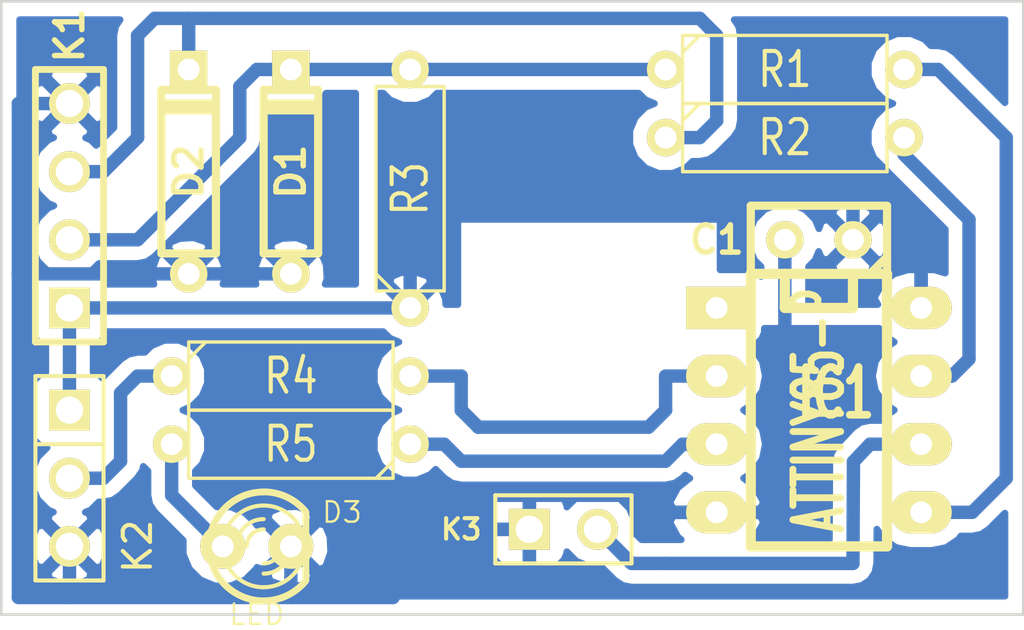
<source format=kicad_pcb>
(kicad_pcb (version 3) (host pcbnew "(2013-05-31 BZR 4019)-stable")

  (general
    (links 23)
    (no_connects 0)
    (area 40.589999 38.049999 78.790001 61.010001)
    (thickness 1.6)
    (drawings 4)
    (tracks 86)
    (zones 0)
    (modules 13)
    (nets 12)
  )

  (page A4)
  (title_block 
    (title LogStick)
  )

  (layers
    (15 Dessus.Cu signal)
    (0 Dessous.Cu signal)
    (16 Dessous.Adhes user)
    (17 Dessus.Adhes user)
    (18 Dessous.Pate user)
    (19 Dessus.Pate user)
    (20 Dessous.SilkS user)
    (21 Dessus.SilkS user)
    (22 Dessous.Masque user hide)
    (23 Dessus.Masque user)
    (24 Dessin.User user)
    (25 Cmts.User user)
    (26 Eco1.User user)
    (27 Eco2.User user)
    (28 Contours.Ci user)
  )

  (setup
    (last_trace_width 0.5)
    (user_trace_width 0.35)
    (user_trace_width 0.5)
    (user_trace_width 1)
    (trace_clearance 0.254)
    (zone_clearance 0.508)
    (zone_45_only no)
    (trace_min 0.254)
    (segment_width 0.2)
    (edge_width 0.1)
    (via_size 0.889)
    (via_drill 0.635)
    (via_min_size 0.889)
    (via_min_drill 0.508)
    (user_via 1.1 0.6)
    (uvia_size 0.508)
    (uvia_drill 0.127)
    (uvias_allowed yes)
    (uvia_min_size 0.508)
    (uvia_min_drill 0.127)
    (pcb_text_width 0.3)
    (pcb_text_size 1.5 1.5)
    (mod_edge_width 0.15)
    (mod_text_size 1 1)
    (mod_text_width 0.15)
    (pad_size 1.5 1.5)
    (pad_drill 0.6)
    (pad_to_mask_clearance 0)
    (aux_axis_origin 40.64 38.1)
    (visible_elements 7FFF6FFF)
    (pcbplotparams
      (layerselection 3178497)
      (usegerberextensions true)
      (excludeedgelayer true)
      (linewidth 0.150000)
      (plotframeref false)
      (viasonmask false)
      (mode 1)
      (useauxorigin false)
      (hpglpennumber 1)
      (hpglpenspeed 20)
      (hpglpendiameter 15)
      (hpglpenoverlay 2)
      (psnegative false)
      (psa4output false)
      (plotreference true)
      (plotvalue true)
      (plotothertext true)
      (plotinvisibletext false)
      (padsonsilk false)
      (subtractmaskfromsilk false)
      (outputformat 1)
      (mirror false)
      (drillshape 1)
      (scaleselection 1)
      (outputdirectory ""))
  )

  (net 0 "")
  (net 1 +5V)
  (net 2 GND)
  (net 3 N-000001)
  (net 4 N-0000010)
  (net 5 N-0000011)
  (net 6 N-0000012)
  (net 7 N-000002)
  (net 8 N-000003)
  (net 9 N-000004)
  (net 10 N-000005)
  (net 11 N-000008)

  (net_class Default "Ceci est la Netclass par défaut"
    (clearance 0.254)
    (trace_width 0.254)
    (via_dia 0.889)
    (via_drill 0.635)
    (uvia_dia 0.508)
    (uvia_drill 0.127)
    (add_net "")
    (add_net +5V)
    (add_net GND)
    (add_net N-000001)
    (add_net N-0000010)
    (add_net N-0000011)
    (add_net N-0000012)
    (add_net N-000002)
    (add_net N-000003)
    (add_net N-000004)
    (add_net N-000005)
    (add_net N-000008)
  )

  (module R3-5 (layer Dessus.Cu) (tedit 3F979F9F) (tstamp 519BBC95)
    (at 69.85 40.64)
    (path /519BAD11)
    (fp_text reference R1 (at 0 0) (layer Dessus.SilkS)
      (effects (font (size 1.27 1.016) (thickness 0.1524)))
    )
    (fp_text value 68R (at 0 0) (layer Dessus.SilkS) hide
      (effects (font (size 1.27 1.016) (thickness 0.1524)))
    )
    (fp_line (start -3.81 -0.635) (end -3.81 1.27) (layer Dessus.SilkS) (width 0.127))
    (fp_line (start -3.81 1.27) (end 3.81 1.27) (layer Dessus.SilkS) (width 0.127))
    (fp_line (start 3.81 1.27) (end 3.81 -1.27) (layer Dessus.SilkS) (width 0.127))
    (fp_line (start 3.81 -1.27) (end -3.81 -1.27) (layer Dessus.SilkS) (width 0.127))
    (fp_line (start -3.81 -1.27) (end -3.81 -0.635) (layer Dessus.SilkS) (width 0.127))
    (fp_line (start -4.445 0) (end -3.81 0) (layer Dessus.SilkS) (width 0.127))
    (fp_line (start 3.81 0) (end 4.445 0) (layer Dessus.SilkS) (width 0.127))
    (fp_line (start -3.81 -0.635) (end -3.175 -1.27) (layer Dessus.SilkS) (width 0.127))
    (pad 1 thru_hole circle (at -4.445 0) (size 1.397 1.397) (drill 0.8128)
      (layers *.Cu *.Mask Dessus.SilkS)
      (net 6 N-0000012)
    )
    (pad 2 thru_hole circle (at 4.445 0) (size 1.397 1.397) (drill 0.8128)
      (layers *.Cu *.Mask Dessus.SilkS)
      (net 5 N-0000011)
    )
    (model discret/resistor.wrl
      (at (xyz 0 0 0))
      (scale (xyz 0.35 0.35 0.3))
      (rotate (xyz 0 0 0))
    )
  )

  (module R3-5 (layer Dessus.Cu) (tedit 3F979F9F) (tstamp 519BBCA3)
    (at 69.85 43.18)
    (path /519BAD67)
    (fp_text reference R2 (at 0 0) (layer Dessus.SilkS)
      (effects (font (size 1.27 1.016) (thickness 0.1524)))
    )
    (fp_text value 68R (at 0 0) (layer Dessus.SilkS) hide
      (effects (font (size 1.27 1.016) (thickness 0.1524)))
    )
    (fp_line (start -3.81 -0.635) (end -3.81 1.27) (layer Dessus.SilkS) (width 0.127))
    (fp_line (start -3.81 1.27) (end 3.81 1.27) (layer Dessus.SilkS) (width 0.127))
    (fp_line (start 3.81 1.27) (end 3.81 -1.27) (layer Dessus.SilkS) (width 0.127))
    (fp_line (start 3.81 -1.27) (end -3.81 -1.27) (layer Dessus.SilkS) (width 0.127))
    (fp_line (start -3.81 -1.27) (end -3.81 -0.635) (layer Dessus.SilkS) (width 0.127))
    (fp_line (start -4.445 0) (end -3.81 0) (layer Dessus.SilkS) (width 0.127))
    (fp_line (start 3.81 0) (end 4.445 0) (layer Dessus.SilkS) (width 0.127))
    (fp_line (start -3.81 -0.635) (end -3.175 -1.27) (layer Dessus.SilkS) (width 0.127))
    (pad 1 thru_hole circle (at -4.445 0) (size 1.397 1.397) (drill 0.8128)
      (layers *.Cu *.Mask Dessus.SilkS)
      (net 11 N-000008)
    )
    (pad 2 thru_hole circle (at 4.445 0) (size 1.397 1.397) (drill 0.8128)
      (layers *.Cu *.Mask Dessus.SilkS)
      (net 4 N-0000010)
    )
    (model discret/resistor.wrl
      (at (xyz 0 0 0))
      (scale (xyz 0.35 0.35 0.3))
      (rotate (xyz 0 0 0))
    )
  )

  (module R3-5 (layer Dessus.Cu) (tedit 3F979F9F) (tstamp 519BBCB1)
    (at 55.88 45.085 90)
    (path /519BAD76)
    (fp_text reference R3 (at 0 0 90) (layer Dessus.SilkS)
      (effects (font (size 1.27 1.016) (thickness 0.1524)))
    )
    (fp_text value 1k5 (at 0 0 90) (layer Dessus.SilkS) hide
      (effects (font (size 1.27 1.016) (thickness 0.1524)))
    )
    (fp_line (start -3.81 -0.635) (end -3.81 1.27) (layer Dessus.SilkS) (width 0.127))
    (fp_line (start -3.81 1.27) (end 3.81 1.27) (layer Dessus.SilkS) (width 0.127))
    (fp_line (start 3.81 1.27) (end 3.81 -1.27) (layer Dessus.SilkS) (width 0.127))
    (fp_line (start 3.81 -1.27) (end -3.81 -1.27) (layer Dessus.SilkS) (width 0.127))
    (fp_line (start -3.81 -1.27) (end -3.81 -0.635) (layer Dessus.SilkS) (width 0.127))
    (fp_line (start -4.445 0) (end -3.81 0) (layer Dessus.SilkS) (width 0.127))
    (fp_line (start 3.81 0) (end 4.445 0) (layer Dessus.SilkS) (width 0.127))
    (fp_line (start -3.81 -0.635) (end -3.175 -1.27) (layer Dessus.SilkS) (width 0.127))
    (pad 1 thru_hole circle (at -4.445 0 90) (size 1.397 1.397) (drill 0.8128)
      (layers *.Cu *.Mask Dessus.SilkS)
      (net 1 +5V)
    )
    (pad 2 thru_hole circle (at 4.445 0 90) (size 1.397 1.397) (drill 0.8128)
      (layers *.Cu *.Mask Dessus.SilkS)
      (net 6 N-0000012)
    )
    (model discret/resistor.wrl
      (at (xyz 0 0 0))
      (scale (xyz 0.35 0.35 0.3))
      (rotate (xyz 0 0 0))
    )
  )

  (module R3-5 (layer Dessus.Cu) (tedit 3F979F9F) (tstamp 519BCBAD)
    (at 51.435 52.07)
    (path /519BAF01)
    (fp_text reference R4 (at 0 0) (layer Dessus.SilkS)
      (effects (font (size 1.27 1.016) (thickness 0.1524)))
    )
    (fp_text value 68R (at 0 0) (layer Dessus.SilkS) hide
      (effects (font (size 1.27 1.016) (thickness 0.1524)))
    )
    (fp_line (start -3.81 -0.635) (end -3.81 1.27) (layer Dessus.SilkS) (width 0.127))
    (fp_line (start -3.81 1.27) (end 3.81 1.27) (layer Dessus.SilkS) (width 0.127))
    (fp_line (start 3.81 1.27) (end 3.81 -1.27) (layer Dessus.SilkS) (width 0.127))
    (fp_line (start 3.81 -1.27) (end -3.81 -1.27) (layer Dessus.SilkS) (width 0.127))
    (fp_line (start -3.81 -1.27) (end -3.81 -0.635) (layer Dessus.SilkS) (width 0.127))
    (fp_line (start -4.445 0) (end -3.81 0) (layer Dessus.SilkS) (width 0.127))
    (fp_line (start 3.81 0) (end 4.445 0) (layer Dessus.SilkS) (width 0.127))
    (fp_line (start -3.81 -0.635) (end -3.175 -1.27) (layer Dessus.SilkS) (width 0.127))
    (pad 1 thru_hole circle (at -4.445 0) (size 1.397 1.397) (drill 0.8128)
      (layers *.Cu *.Mask Dessus.SilkS)
      (net 10 N-000005)
    )
    (pad 2 thru_hole circle (at 4.445 0) (size 1.397 1.397) (drill 0.8128)
      (layers *.Cu *.Mask Dessus.SilkS)
      (net 9 N-000004)
    )
    (model discret/resistor.wrl
      (at (xyz 0 0 0))
      (scale (xyz 0.35 0.35 0.3))
      (rotate (xyz 0 0 0))
    )
  )

  (module R3-5 (layer Dessus.Cu) (tedit 3F979F9F) (tstamp 519BBCCD)
    (at 51.435 54.61 180)
    (path /519BB0A3)
    (fp_text reference R5 (at 0 0 180) (layer Dessus.SilkS)
      (effects (font (size 1.27 1.016) (thickness 0.1524)))
    )
    (fp_text value 220R (at 0 0 180) (layer Dessus.SilkS) hide
      (effects (font (size 1.27 1.016) (thickness 0.1524)))
    )
    (fp_line (start -3.81 -0.635) (end -3.81 1.27) (layer Dessus.SilkS) (width 0.127))
    (fp_line (start -3.81 1.27) (end 3.81 1.27) (layer Dessus.SilkS) (width 0.127))
    (fp_line (start 3.81 1.27) (end 3.81 -1.27) (layer Dessus.SilkS) (width 0.127))
    (fp_line (start 3.81 -1.27) (end -3.81 -1.27) (layer Dessus.SilkS) (width 0.127))
    (fp_line (start -3.81 -1.27) (end -3.81 -0.635) (layer Dessus.SilkS) (width 0.127))
    (fp_line (start -4.445 0) (end -3.81 0) (layer Dessus.SilkS) (width 0.127))
    (fp_line (start 3.81 0) (end 4.445 0) (layer Dessus.SilkS) (width 0.127))
    (fp_line (start -3.81 -0.635) (end -3.175 -1.27) (layer Dessus.SilkS) (width 0.127))
    (pad 1 thru_hole circle (at -4.445 0 180) (size 1.397 1.397) (drill 0.8128)
      (layers *.Cu *.Mask Dessus.SilkS)
      (net 3 N-000001)
    )
    (pad 2 thru_hole circle (at 4.445 0 180) (size 1.397 1.397) (drill 0.8128)
      (layers *.Cu *.Mask Dessus.SilkS)
      (net 8 N-000003)
    )
    (model discret/resistor.wrl
      (at (xyz 0 0 0))
      (scale (xyz 0.35 0.35 0.3))
      (rotate (xyz 0 0 0))
    )
  )

  (module LED-3MM (layer Dessus.Cu) (tedit 51B9BC68) (tstamp 519BBCE6)
    (at 50.165 58.42)
    (descr "LED 3mm - Lead pitch 100mil (2,54mm)")
    (tags "LED led 3mm 3MM 100mil 2,54mm")
    (path /519BB08A)
    (fp_text reference D3 (at 3.175 -1.27) (layer Dessus.SilkS)
      (effects (font (size 0.762 0.762) (thickness 0.0889)))
    )
    (fp_text value LED (at 0 2.54) (layer Dessus.SilkS)
      (effects (font (size 0.762 0.762) (thickness 0.0889)))
    )
    (fp_line (start 1.8288 1.27) (end 1.8288 -1.27) (layer Dessus.SilkS) (width 0.254))
    (fp_arc (start 0.254 0) (end -1.27 0) (angle 39.8) (layer Dessus.SilkS) (width 0.1524))
    (fp_arc (start 0.254 0) (end -0.88392 1.01092) (angle 41.6) (layer Dessus.SilkS) (width 0.1524))
    (fp_arc (start 0.254 0) (end 1.4097 -0.9906) (angle 40.6) (layer Dessus.SilkS) (width 0.1524))
    (fp_arc (start 0.254 0) (end 1.778 0) (angle 39.8) (layer Dessus.SilkS) (width 0.1524))
    (fp_arc (start 0.254 0) (end 0.254 -1.524) (angle 54.4) (layer Dessus.SilkS) (width 0.1524))
    (fp_arc (start 0.254 0) (end -0.9652 -0.9144) (angle 53.1) (layer Dessus.SilkS) (width 0.1524))
    (fp_arc (start 0.254 0) (end 1.45542 0.93472) (angle 52.1) (layer Dessus.SilkS) (width 0.1524))
    (fp_arc (start 0.254 0) (end 0.254 1.524) (angle 52.1) (layer Dessus.SilkS) (width 0.1524))
    (fp_arc (start 0.254 0) (end -0.381 0) (angle 90) (layer Dessus.SilkS) (width 0.1524))
    (fp_arc (start 0.254 0) (end -0.762 0) (angle 90) (layer Dessus.SilkS) (width 0.1524))
    (fp_arc (start 0.254 0) (end 0.889 0) (angle 90) (layer Dessus.SilkS) (width 0.1524))
    (fp_arc (start 0.254 0) (end 1.27 0) (angle 90) (layer Dessus.SilkS) (width 0.1524))
    (fp_arc (start 0.254 0) (end 0.254 -2.032) (angle 50.1) (layer Dessus.SilkS) (width 0.254))
    (fp_arc (start 0.254 0) (end -1.5367 -0.95504) (angle 61.9) (layer Dessus.SilkS) (width 0.254))
    (fp_arc (start 0.254 0) (end 1.8034 1.31064) (angle 49.7) (layer Dessus.SilkS) (width 0.254))
    (fp_arc (start 0.254 0) (end 0.254 2.032) (angle 60.2) (layer Dessus.SilkS) (width 0.254))
    (fp_arc (start 0.254 0) (end -1.778 0) (angle 28.3) (layer Dessus.SilkS) (width 0.254))
    (fp_arc (start 0.254 0) (end -1.47574 1.06426) (angle 31.6) (layer Dessus.SilkS) (width 0.254))
    (pad 1 thru_hole circle (at -1.27 0) (size 1.6764 1.6764) (drill 0.8128)
      (layers *.Cu *.Mask Dessus.SilkS)
      (net 8 N-000003)
    )
    (pad 2 thru_hole circle (at 1.27 0) (size 1.6764 1.6764) (drill 0.8128)
      (layers *.Cu *.Mask Dessus.SilkS)
      (net 2 GND)
    )
    (model discret/leds/led3_vertical_verde.wrl
      (at (xyz 0 0 0))
      (scale (xyz 1 1 1))
      (rotate (xyz 0 0 0))
    )
  )

  (module D3 (layer Dessus.Cu) (tedit 51B9B5AA) (tstamp 519BBCF6)
    (at 51.435 44.45 90)
    (descr "Diode 3 pas")
    (tags "DIODE DEV")
    (path /519BAD9D)
    (fp_text reference D1 (at 0 0 90) (layer Dessus.SilkS)
      (effects (font (size 1.016 1.016) (thickness 0.2032)))
    )
    (fp_text value 3,6V (at -1.27 0 90) (layer Dessus.SilkS) hide
      (effects (font (size 1.016 1.016) (thickness 0.2032)))
    )
    (fp_line (start 3.81 0) (end 3.048 0) (layer Dessus.SilkS) (width 0.3048))
    (fp_line (start 3.048 0) (end 3.048 -1.016) (layer Dessus.SilkS) (width 0.3048))
    (fp_line (start 3.048 -1.016) (end -3.048 -1.016) (layer Dessus.SilkS) (width 0.3048))
    (fp_line (start -3.048 -1.016) (end -3.048 0) (layer Dessus.SilkS) (width 0.3048))
    (fp_line (start -3.048 0) (end -3.81 0) (layer Dessus.SilkS) (width 0.3048))
    (fp_line (start -3.048 0) (end -3.048 1.016) (layer Dessus.SilkS) (width 0.3048))
    (fp_line (start -3.048 1.016) (end 3.048 1.016) (layer Dessus.SilkS) (width 0.3048))
    (fp_line (start 3.048 1.016) (end 3.048 0) (layer Dessus.SilkS) (width 0.3048))
    (fp_line (start 2.54 -1.016) (end 2.54 1.016) (layer Dessus.SilkS) (width 0.3048))
    (fp_line (start 2.286 1.016) (end 2.286 -1.016) (layer Dessus.SilkS) (width 0.3048))
    (pad 2 thru_hole rect (at 3.81 0 90) (size 1.397 1.397) (drill 0.8128)
      (layers *.Cu *.Mask Dessus.SilkS)
      (net 6 N-0000012)
    )
    (pad 1 thru_hole circle (at -3.81 0 90) (size 1.397 1.397) (drill 0.8128)
      (layers *.Cu *.Mask Dessus.SilkS)
      (net 2 GND)
    )
    (model discret/diode.wrl
      (at (xyz 0 0 0))
      (scale (xyz 0.3 0.3 0.3))
      (rotate (xyz 0 0 0))
    )
  )

  (module D3 (layer Dessus.Cu) (tedit 51B9B690) (tstamp 519BBD06)
    (at 47.625 44.45 90)
    (descr "Diode 3 pas")
    (tags "DIODE DEV")
    (path /519BADAC)
    (fp_text reference D2 (at 0 0 90) (layer Dessus.SilkS)
      (effects (font (size 1.016 1.016) (thickness 0.2032)))
    )
    (fp_text value 3,6V (at 0 0 90) (layer Dessus.SilkS) hide
      (effects (font (size 1.016 1.016) (thickness 0.2032)))
    )
    (fp_line (start 3.81 0) (end 3.048 0) (layer Dessus.SilkS) (width 0.3048))
    (fp_line (start 3.048 0) (end 3.048 -1.016) (layer Dessus.SilkS) (width 0.3048))
    (fp_line (start 3.048 -1.016) (end -3.048 -1.016) (layer Dessus.SilkS) (width 0.3048))
    (fp_line (start -3.048 -1.016) (end -3.048 0) (layer Dessus.SilkS) (width 0.3048))
    (fp_line (start -3.048 0) (end -3.81 0) (layer Dessus.SilkS) (width 0.3048))
    (fp_line (start -3.048 0) (end -3.048 1.016) (layer Dessus.SilkS) (width 0.3048))
    (fp_line (start -3.048 1.016) (end 3.048 1.016) (layer Dessus.SilkS) (width 0.3048))
    (fp_line (start 3.048 1.016) (end 3.048 0) (layer Dessus.SilkS) (width 0.3048))
    (fp_line (start 2.54 -1.016) (end 2.54 1.016) (layer Dessus.SilkS) (width 0.3048))
    (fp_line (start 2.286 1.016) (end 2.286 -1.016) (layer Dessus.SilkS) (width 0.3048))
    (pad 2 thru_hole rect (at 3.81 0 90) (size 1.397 1.397) (drill 0.8128)
      (layers *.Cu *.Mask Dessus.SilkS)
      (net 11 N-000008)
    )
    (pad 1 thru_hole circle (at -3.81 0 90) (size 1.397 1.397) (drill 0.8128)
      (layers *.Cu *.Mask Dessus.SilkS)
      (net 2 GND)
    )
    (model discret/diode.wrl
      (at (xyz 0 0 0))
      (scale (xyz 0.3 0.3 0.3))
      (rotate (xyz 0 0 0))
    )
  )

  (module PIN_ARRAY_4x1 (layer Dessus.Cu) (tedit 51B9BC70) (tstamp 519BBD13)
    (at 43.18 45.72 90)
    (descr "Double rangee de contacts 2 x 5 pins")
    (tags CONN)
    (path /519BADEC)
    (fp_text reference K1 (at 6.35 0 90) (layer Dessus.SilkS)
      (effects (font (size 1.016 1.016) (thickness 0.2032)))
    )
    (fp_text value USB (at 0 2.54 90) (layer Dessus.SilkS) hide
      (effects (font (size 1.016 1.016) (thickness 0.2032)))
    )
    (fp_line (start 5.08 1.27) (end -5.08 1.27) (layer Dessus.SilkS) (width 0.254))
    (fp_line (start 5.08 -1.27) (end -5.08 -1.27) (layer Dessus.SilkS) (width 0.254))
    (fp_line (start -5.08 -1.27) (end -5.08 1.27) (layer Dessus.SilkS) (width 0.254))
    (fp_line (start 5.08 1.27) (end 5.08 -1.27) (layer Dessus.SilkS) (width 0.254))
    (pad 1 thru_hole rect (at -3.81 0 90) (size 1.524 1.524) (drill 1.016)
      (layers *.Cu *.Mask Dessus.SilkS)
      (net 1 +5V)
    )
    (pad 2 thru_hole circle (at -1.27 0 90) (size 1.524 1.524) (drill 1.016)
      (layers *.Cu *.Mask Dessus.SilkS)
      (net 6 N-0000012)
    )
    (pad 3 thru_hole circle (at 1.27 0 90) (size 1.524 1.524) (drill 1.016)
      (layers *.Cu *.Mask Dessus.SilkS)
      (net 11 N-000008)
    )
    (pad 4 thru_hole circle (at 3.81 0 90) (size 1.524 1.524) (drill 1.016)
      (layers *.Cu *.Mask Dessus.SilkS)
      (net 2 GND)
    )
    (model pin_array\pins_array_4x1.wrl
      (at (xyz 0 0 0))
      (scale (xyz 1 1 1))
      (rotate (xyz 0 0 0))
    )
  )

  (module PIN_ARRAY_3X1 (layer Dessus.Cu) (tedit 519BD23A) (tstamp 519BBD1F)
    (at 43.18 55.88 270)
    (descr "Connecteur 3 pins")
    (tags "CONN DEV")
    (path /519BAE03)
    (fp_text reference K2 (at 2.54 -2.54 270) (layer Dessus.SilkS)
      (effects (font (size 1.016 1.016) (thickness 0.1524)))
    )
    (fp_text value DHT44 (at 0 -2.159 270) (layer Dessus.SilkS) hide
      (effects (font (size 1.016 1.016) (thickness 0.1524)))
    )
    (fp_line (start -3.81 1.27) (end -3.81 -1.27) (layer Dessus.SilkS) (width 0.1524))
    (fp_line (start -3.81 -1.27) (end 3.81 -1.27) (layer Dessus.SilkS) (width 0.1524))
    (fp_line (start 3.81 -1.27) (end 3.81 1.27) (layer Dessus.SilkS) (width 0.1524))
    (fp_line (start 3.81 1.27) (end -3.81 1.27) (layer Dessus.SilkS) (width 0.1524))
    (fp_line (start -1.27 -1.27) (end -1.27 1.27) (layer Dessus.SilkS) (width 0.1524))
    (pad 1 thru_hole rect (at -2.54 0 270) (size 1.524 1.524) (drill 1.016)
      (layers *.Cu *.Mask Dessus.SilkS)
      (net 1 +5V)
    )
    (pad 2 thru_hole circle (at 0 0 270) (size 1.524 1.524) (drill 1.016)
      (layers *.Cu *.Mask Dessus.SilkS)
      (net 10 N-000005)
    )
    (pad 3 thru_hole circle (at 2.54 0 270) (size 1.524 1.524) (drill 1.016)
      (layers *.Cu *.Mask Dessus.SilkS)
      (net 2 GND)
    )
    (model pin_array/pins_array_3x1.wrl
      (at (xyz 0 0 0))
      (scale (xyz 1 1 1))
      (rotate (xyz 0 0 0))
    )
  )

  (module PIN_ARRAY_2X1 (layer Dessus.Cu) (tedit 51B9BC77) (tstamp 519BBD2A)
    (at 61.595 57.785)
    (descr "Connecteurs 2 pins")
    (tags "CONN DEV")
    (path /519BB00E)
    (fp_text reference K3 (at -3.81 0) (layer Dessus.SilkS)
      (effects (font (size 0.762 0.762) (thickness 0.1524)))
    )
    (fp_text value SWITCH (at 0 -1.905) (layer Dessus.SilkS) hide
      (effects (font (size 0.762 0.762) (thickness 0.1524)))
    )
    (fp_line (start -2.54 1.27) (end -2.54 -1.27) (layer Dessus.SilkS) (width 0.1524))
    (fp_line (start -2.54 -1.27) (end 2.54 -1.27) (layer Dessus.SilkS) (width 0.1524))
    (fp_line (start 2.54 -1.27) (end 2.54 1.27) (layer Dessus.SilkS) (width 0.1524))
    (fp_line (start 2.54 1.27) (end -2.54 1.27) (layer Dessus.SilkS) (width 0.1524))
    (pad 1 thru_hole rect (at -1.27 0) (size 1.524 1.524) (drill 1.016)
      (layers *.Cu *.Mask Dessus.SilkS)
      (net 2 GND)
    )
    (pad 2 thru_hole circle (at 1.27 0) (size 1.524 1.524) (drill 1.016)
      (layers *.Cu *.Mask Dessus.SilkS)
      (net 7 N-000002)
    )
    (model pin_array/pins_array_2x1.wrl
      (at (xyz 0 0 0))
      (scale (xyz 1 1 1))
      (rotate (xyz 0 0 0))
    )
  )

  (module DIP-8__300_ELL (layer Dessus.Cu) (tedit 51B9BC84) (tstamp 519BBD3D)
    (at 71.12 53.34 270)
    (descr "8 pins DIL package, elliptical pads")
    (tags DIL)
    (path /519BABEE)
    (fp_text reference IC1 (at -0.635 -0.635 360) (layer Dessus.SilkS)
      (effects (font (size 1.778 1.143) (thickness 0.3048)))
    )
    (fp_text value ATTINY85-P (at 0 0 270) (layer Dessus.SilkS)
      (effects (font (size 1.778 1.016) (thickness 0.3048)))
    )
    (fp_line (start -5.08 -1.27) (end -3.81 -1.27) (layer Dessus.SilkS) (width 0.381))
    (fp_line (start -3.81 -1.27) (end -3.81 1.27) (layer Dessus.SilkS) (width 0.381))
    (fp_line (start -3.81 1.27) (end -5.08 1.27) (layer Dessus.SilkS) (width 0.381))
    (fp_line (start -5.08 -2.54) (end 5.08 -2.54) (layer Dessus.SilkS) (width 0.381))
    (fp_line (start 5.08 -2.54) (end 5.08 2.54) (layer Dessus.SilkS) (width 0.381))
    (fp_line (start 5.08 2.54) (end -5.08 2.54) (layer Dessus.SilkS) (width 0.381))
    (fp_line (start -5.08 2.54) (end -5.08 -2.54) (layer Dessus.SilkS) (width 0.381))
    (pad 1 thru_hole rect (at -3.81 3.81 270) (size 1.5748 2.286) (drill 0.8128)
      (layers *.Cu *.Mask Dessus.SilkS)
    )
    (pad 2 thru_hole oval (at -1.27 3.81 270) (size 1.5748 2.286) (drill 0.8128)
      (layers *.Cu *.Mask Dessus.SilkS)
      (net 9 N-000004)
    )
    (pad 3 thru_hole oval (at 1.27 3.81 270) (size 1.5748 2.286) (drill 0.8128)
      (layers *.Cu *.Mask Dessus.SilkS)
      (net 3 N-000001)
    )
    (pad 4 thru_hole oval (at 3.81 3.81 270) (size 1.5748 2.286) (drill 0.8128)
      (layers *.Cu *.Mask Dessus.SilkS)
      (net 2 GND)
    )
    (pad 5 thru_hole oval (at 3.81 -3.81 270) (size 1.5748 2.286) (drill 0.8128)
      (layers *.Cu *.Mask Dessus.SilkS)
      (net 5 N-0000011)
    )
    (pad 6 thru_hole oval (at 1.27 -3.81 270) (size 1.5748 2.286) (drill 0.8128)
      (layers *.Cu *.Mask Dessus.SilkS)
      (net 7 N-000002)
    )
    (pad 7 thru_hole oval (at -1.27 -3.81 270) (size 1.5748 2.286) (drill 0.8128)
      (layers *.Cu *.Mask Dessus.SilkS)
      (net 4 N-0000010)
    )
    (pad 8 thru_hole oval (at -3.81 -3.81 270) (size 1.5748 2.286) (drill 0.8128)
      (layers *.Cu *.Mask Dessus.SilkS)
      (net 1 +5V)
    )
    (model dil/dil_8.wrl
      (at (xyz 0 0 0))
      (scale (xyz 1 1 1))
      (rotate (xyz 0 0 0))
    )
  )

  (module C1 (layer Dessus.Cu) (tedit 51B9BC80) (tstamp 51B9BB96)
    (at 71.12 46.99 180)
    (descr "Condensateur e = 1 pas")
    (tags C)
    (path /51B9BB50)
    (fp_text reference C1 (at 3.81 0 180) (layer Dessus.SilkS)
      (effects (font (size 1.016 1.016) (thickness 0.2032)))
    )
    (fp_text value 100nF (at 0 -2.286 180) (layer Dessus.SilkS) hide
      (effects (font (size 1.016 1.016) (thickness 0.2032)))
    )
    (fp_line (start -2.4892 -1.27) (end 2.54 -1.27) (layer Dessus.SilkS) (width 0.3048))
    (fp_line (start 2.54 -1.27) (end 2.54 1.27) (layer Dessus.SilkS) (width 0.3048))
    (fp_line (start 2.54 1.27) (end -2.54 1.27) (layer Dessus.SilkS) (width 0.3048))
    (fp_line (start -2.54 1.27) (end -2.54 -1.27) (layer Dessus.SilkS) (width 0.3048))
    (fp_line (start -2.54 -0.635) (end -1.905 -1.27) (layer Dessus.SilkS) (width 0.3048))
    (pad 1 thru_hole circle (at -1.27 0 180) (size 1.397 1.397) (drill 0.8128)
      (layers *.Cu *.Mask Dessus.SilkS)
      (net 1 +5V)
    )
    (pad 2 thru_hole circle (at 1.27 0 180) (size 1.397 1.397) (drill 0.8128)
      (layers *.Cu *.Mask Dessus.SilkS)
      (net 2 GND)
    )
    (model discret/capa_1_pas.wrl
      (at (xyz 0 0 0))
      (scale (xyz 1 1 1))
      (rotate (xyz 0 0 0))
    )
  )

  (gr_line (start 40.64 60.96) (end 40.64 38.1) (angle 90) (layer Contours.Ci) (width 0.1))
  (gr_line (start 78.74 60.96) (end 40.64 60.96) (angle 90) (layer Contours.Ci) (width 0.1))
  (gr_line (start 78.74 38.1) (end 78.74 60.96) (angle 90) (layer Contours.Ci) (width 0.1))
  (gr_line (start 40.64 38.1) (end 78.74 38.1) (angle 90) (layer Contours.Ci) (width 0.1))

  (segment (start 72.39 46.99) (end 72.39 44.45) (width 0.5) (layer Dessous.Cu) (net 1))
  (segment (start 43.18 49.53) (end 55.88 49.53) (width 0.5) (layer Dessous.Cu) (net 1))
  (segment (start 55.88 49.53) (end 55.88 46.99) (width 0.5) (layer Dessous.Cu) (net 1) (tstamp 51B9B853))
  (segment (start 74.93 46.355) (end 74.93 49.53) (width 0.5) (layer Dessous.Cu) (net 1) (tstamp 51B9B857))
  (segment (start 73.025 44.45) (end 74.93 46.355) (width 0.5) (layer Dessous.Cu) (net 1) (tstamp 51B9B856))
  (segment (start 57.15 45.72) (end 67.945 45.72) (width 0.5) (layer Dessous.Cu) (net 1) (tstamp 51B9B855))
  (segment (start 67.945 45.72) (end 69.215 44.45) (width 0.5) (layer Dessous.Cu) (net 1) (tstamp 51B9BBF3))
  (segment (start 69.215 44.45) (end 72.39 44.45) (width 0.5) (layer Dessous.Cu) (net 1) (tstamp 51B9BBEC))
  (segment (start 72.39 44.45) (end 73.025 44.45) (width 0.5) (layer Dessous.Cu) (net 1) (tstamp 51B9BBFB))
  (segment (start 55.88 46.99) (end 57.15 45.72) (width 0.5) (layer Dessous.Cu) (net 1) (tstamp 51B9B854))
  (segment (start 43.18 49.53) (end 43.18 53.34) (width 0.5) (layer Dessous.Cu) (net 1) (status 80000))
  (segment (start 69.85 46.99) (end 69.85 56.515) (width 0.5) (layer Dessous.Cu) (net 2))
  (segment (start 69.215 57.15) (end 67.31 57.15) (width 0.5) (layer Dessous.Cu) (net 2) (tstamp 51B9BBFE))
  (segment (start 69.85 56.515) (end 69.215 57.15) (width 0.5) (layer Dessous.Cu) (net 2) (tstamp 51B9BBFD))
  (segment (start 60.325 56.515) (end 55.88 56.515) (width 0.5) (layer Dessous.Cu) (net 2))
  (segment (start 55.88 56.515) (end 55.245 57.15) (width 0.5) (layer Dessous.Cu) (net 2) (tstamp 51B9BD5F))
  (segment (start 55.245 60.325) (end 51.435 60.325) (width 0.5) (layer Dessous.Cu) (net 2) (tstamp 51B9B948))
  (segment (start 55.245 57.15) (end 55.245 60.325) (width 0.5) (layer Dessous.Cu) (net 2) (tstamp 51B9B947))
  (segment (start 67.31 57.15) (end 64.77 57.15) (width 0.5) (layer Dessous.Cu) (net 2))
  (segment (start 64.77 57.15) (end 64.135 56.515) (width 0.5) (layer Dessous.Cu) (net 2) (tstamp 51B9BD5C))
  (segment (start 64.135 56.515) (end 60.325 56.515) (width 0.5) (layer Dessous.Cu) (net 2) (tstamp 51B9BD6D))
  (segment (start 60.325 56.515) (end 60.325 57.785) (width 0.5) (layer Dessous.Cu) (net 2) (tstamp 51B9B944))
  (segment (start 41.275 48.26) (end 41.275 60.325) (width 0.5) (layer Dessous.Cu) (net 2))
  (segment (start 41.275 60.325) (end 43.18 60.325) (width 0.5) (layer Dessous.Cu) (net 2) (tstamp 51B9B7DB))
  (segment (start 51.435 48.26) (end 47.625 48.26) (width 0.5) (layer Dessous.Cu) (net 2))
  (segment (start 47.625 48.26) (end 41.275 48.26) (width 0.5) (layer Dessous.Cu) (net 2) (tstamp 51B9B7D6))
  (segment (start 41.275 48.26) (end 41.275 41.91) (width 0.5) (layer Dessous.Cu) (net 2) (tstamp 51B9B7D7))
  (segment (start 41.275 41.91) (end 43.18 41.91) (width 0.5) (layer Dessous.Cu) (net 2) (tstamp 51B9B7D8))
  (segment (start 43.18 58.42) (end 43.18 60.325) (width 0.5) (layer Dessous.Cu) (net 2))
  (segment (start 51.435 60.325) (end 51.435 58.42) (width 0.5) (layer Dessous.Cu) (net 2) (tstamp 51B9B5C0))
  (segment (start 43.18 60.325) (end 51.435 60.325) (width 0.5) (layer Dessous.Cu) (net 2) (tstamp 51B9B5BF))
  (segment (start 55.88 54.61) (end 57.15 54.61) (width 0.5) (layer Dessous.Cu) (net 3))
  (segment (start 66.04 54.61) (end 67.31 54.61) (width 0.5) (layer Dessous.Cu) (net 3) (tstamp 51B9B928))
  (segment (start 65.405 55.245) (end 66.04 54.61) (width 0.5) (layer Dessous.Cu) (net 3) (tstamp 51B9B927))
  (segment (start 57.785 55.245) (end 65.405 55.245) (width 0.5) (layer Dessous.Cu) (net 3) (tstamp 51B9B926))
  (segment (start 57.15 54.61) (end 57.785 55.245) (width 0.5) (layer Dessous.Cu) (net 3) (tstamp 51B9B925))
  (segment (start 74.93 52.07) (end 76.080998 52.07) (width 0.5) (layer Dessous.Cu) (net 4))
  (segment (start 76.715998 46.235998) (end 74.295 43.815) (width 0.5) (layer Dessous.Cu) (net 4) (tstamp 51B9B9BF))
  (segment (start 76.715998 51.435) (end 76.715998 46.235998) (width 0.5) (layer Dessous.Cu) (net 4) (tstamp 51B9B9B9))
  (segment (start 76.080998 52.07) (end 76.715998 51.435) (width 0.5) (layer Dessous.Cu) (net 4) (tstamp 51B9B9B4))
  (segment (start 74.295 40.64) (end 75.565 40.64) (width 0.5) (layer Dessous.Cu) (net 5))
  (segment (start 76.835 57.15) (end 74.93 57.15) (width 0.5) (layer Dessous.Cu) (net 5) (tstamp 51B9B591))
  (segment (start 78.105 55.88) (end 76.835 57.15) (width 0.5) (layer Dessous.Cu) (net 5) (tstamp 51B9B590))
  (segment (start 78.105 43.18) (end 78.105 55.88) (width 0.5) (layer Dessous.Cu) (net 5) (tstamp 51B9B58F))
  (segment (start 75.565 40.64) (end 78.105 43.18) (width 0.5) (layer Dessous.Cu) (net 5) (tstamp 51B9B58E))
  (segment (start 43.18 46.99) (end 45.72 46.99) (width 0.5) (layer Dessous.Cu) (net 6))
  (segment (start 50.165 40.64) (end 51.435 40.64) (width 0.5) (layer Dessous.Cu) (net 6) (tstamp 51B9B875))
  (segment (start 49.53 41.275) (end 50.165 40.64) (width 0.5) (layer Dessous.Cu) (net 6) (tstamp 51B9B874))
  (segment (start 49.53 43.18) (end 49.53 41.275) (width 0.5) (layer Dessous.Cu) (net 6) (tstamp 51B9B873))
  (segment (start 45.72 46.99) (end 49.53 43.18) (width 0.5) (layer Dessous.Cu) (net 6) (tstamp 51B9B872))
  (segment (start 65.405 40.64) (end 55.88 40.64) (width 0.5) (layer Dessous.Cu) (net 6))
  (segment (start 55.88 40.64) (end 51.435 40.64) (width 0.5) (layer Dessous.Cu) (net 6) (tstamp 51B9B85A))
  (segment (start 74.93 54.61) (end 73.025 54.61) (width 0.5) (layer Dessous.Cu) (net 7))
  (segment (start 65.405 59.055) (end 64.135 59.055) (width 0.5) (layer Dessous.Cu) (net 7) (tstamp 51B9B941))
  (segment (start 64.135 59.055) (end 62.865 57.785) (width 0.5) (layer Dessous.Cu) (net 7) (tstamp 51B9BC17))
  (segment (start 72.39 59.055) (end 65.405 59.055) (width 0.5) (layer Dessous.Cu) (net 7) (tstamp 51B9B940))
  (segment (start 73.025 54.61) (end 72.408189 55.262202) (width 0.5) (layer Dessous.Cu) (net 7) (tstamp 51B9B93F))
  (segment (start 72.408189 55.262202) (end 72.39 59.055) (width 0.5) (layer Dessous.Cu) (net 7) (tstamp 51B9BC2A))
  (segment (start 46.99 54.61) (end 46.99 56.515) (width 0.5) (layer Dessous.Cu) (net 8))
  (segment (start 46.99 56.515) (end 48.895 58.42) (width 0.5) (layer Dessous.Cu) (net 8) (tstamp 51B9B831))
  (segment (start 55.88 52.07) (end 57.785 52.07) (width 0.5) (layer Dessous.Cu) (net 9))
  (segment (start 66.04 52.07) (end 67.31 52.07) (width 0.5) (layer Dessous.Cu) (net 9) (tstamp 51B9B83F))
  (segment (start 64.77 53.975) (end 65.405 53.34) (width 0.5) (layer Dessous.Cu) (net 9) (tstamp 51B9B83E))
  (segment (start 65.405 53.34) (end 65.405 52.07) (width 0.5) (layer Dessous.Cu) (net 9) (tstamp 51B9B90C))
  (segment (start 65.405 52.07) (end 66.04 52.07) (width 0.5) (layer Dessous.Cu) (net 9) (tstamp 51B9B90F))
  (segment (start 58.42 53.975) (end 64.77 53.975) (width 0.5) (layer Dessous.Cu) (net 9) (tstamp 51B9B83D))
  (segment (start 58.42 53.975) (end 58.42 53.975) (width 0.5) (layer Dessous.Cu) (net 9) (tstamp 51B9B83C))
  (segment (start 57.785 53.34) (end 58.42 53.975) (width 0.5) (layer Dessous.Cu) (net 9) (tstamp 51B9B83B))
  (segment (start 57.785 52.07) (end 57.785 53.34) (width 0.5) (layer Dessous.Cu) (net 9) (tstamp 51B9B83A))
  (segment (start 46.99 52.07) (end 45.72 52.07) (width 0.5) (layer Dessous.Cu) (net 10))
  (segment (start 44.45 55.88) (end 43.18 55.88) (width 0.5) (layer Dessous.Cu) (net 10) (tstamp 51B9B837))
  (segment (start 45.085 55.245) (end 44.45 55.88) (width 0.5) (layer Dessous.Cu) (net 10) (tstamp 51B9B836))
  (segment (start 45.085 52.705) (end 45.085 55.245) (width 0.5) (layer Dessous.Cu) (net 10) (tstamp 51B9B835))
  (segment (start 45.72 52.07) (end 45.085 52.705) (width 0.5) (layer Dessous.Cu) (net 10) (tstamp 51B9B834))
  (segment (start 47.625 38.735) (end 47.625 40.64) (width 0.5) (layer Dessous.Cu) (net 11))
  (segment (start 43.18 44.45) (end 44.45 44.45) (width 0.5) (layer Dessous.Cu) (net 11))
  (segment (start 46.355 38.735) (end 47.625 38.735) (width 0.5) (layer Dessous.Cu) (net 11) (tstamp 51B9B869))
  (segment (start 47.625 38.735) (end 48.26 38.735) (width 0.5) (layer Dessous.Cu) (net 11) (tstamp 51B9B86D))
  (segment (start 45.72 39.37) (end 46.355 38.735) (width 0.5) (layer Dessous.Cu) (net 11) (tstamp 51B9B868))
  (segment (start 45.72 43.18) (end 45.72 39.37) (width 0.5) (layer Dessous.Cu) (net 11) (tstamp 51B9B867))
  (segment (start 44.45 44.45) (end 45.72 43.18) (width 0.5) (layer Dessous.Cu) (net 11) (tstamp 51B9B866))
  (segment (start 66.675 43.18) (end 65.405 43.18) (width 0.5) (layer Dessous.Cu) (net 11) (tstamp 51B9B862))
  (segment (start 67.31 42.545) (end 66.675 43.18) (width 0.5) (layer Dessous.Cu) (net 11) (tstamp 51B9B861))
  (segment (start 67.31 39.37) (end 67.31 42.545) (width 0.5) (layer Dessous.Cu) (net 11) (tstamp 51B9B860))
  (segment (start 66.675 38.735) (end 67.31 39.37) (width 0.5) (layer Dessous.Cu) (net 11) (tstamp 51B9B85F))
  (segment (start 48.26 38.735) (end 66.675 38.735) (width 0.5) (layer Dessous.Cu) (net 11) (tstamp 51B9B85E))

  (zone (net 1) (net_name +5V) (layer Dessous.Cu) (tstamp 51B9BCC0) (hatch edge 0.508)
    (connect_pads (clearance 0.508))
    (min_thickness 0.254)
    (fill (arc_segments 16) (thermal_gap 0.508) (thermal_bridge_width 0.508))
    (polygon
      (pts
        (xy 78.74 49.53) (xy 67.31 49.53) (xy 67.31 46.355) (xy 57.785 46.355) (xy 57.785 49.53)
        (xy 54.61 49.53) (xy 54.61 38.1) (xy 78.74 38.1)
      )
    )
    (filled_polygon
      (pts
        (xy 78.055 41.87842) (xy 76.19079 40.01421) (xy 75.903675 39.822367) (xy 75.847484 39.811189) (xy 75.565 39.754999)
        (xy 75.564994 39.755) (xy 75.295752 39.755) (xy 75.051353 39.510174) (xy 74.561413 39.306733) (xy 74.030914 39.30627)
        (xy 73.54062 39.508855) (xy 73.165174 39.883647) (xy 72.961733 40.373587) (xy 72.96127 40.904086) (xy 73.163855 41.39438)
        (xy 73.538647 41.769826) (xy 73.876448 41.910093) (xy 73.54062 42.048855) (xy 73.165174 42.423647) (xy 72.961733 42.913587)
        (xy 72.96127 43.444086) (xy 73.163855 43.93438) (xy 73.538647 44.309826) (xy 73.598236 44.334569) (xy 73.66921 44.44079)
        (xy 75.830998 46.602577) (xy 75.830998 48.230362) (xy 75.4126 48.1076) (xy 75.057 48.1076) (xy 75.057 49.403)
        (xy 74.803 49.403) (xy 74.803 48.1076) (xy 74.4474 48.1076) (xy 73.912738 48.264475) (xy 73.735924 48.406902)
        (xy 73.735924 47.18252) (xy 73.707146 46.652802) (xy 73.559798 46.297072) (xy 73.324186 46.235419) (xy 73.144581 46.415024)
        (xy 73.144581 46.055814) (xy 73.082928 45.820202) (xy 72.58252 45.644076) (xy 72.052802 45.672854) (xy 71.697072 45.820202)
        (xy 71.635419 46.055814) (xy 72.39 46.810395) (xy 73.144581 46.055814) (xy 73.144581 46.415024) (xy 72.569605 46.99)
        (xy 73.324186 47.744581) (xy 73.559798 47.682928) (xy 73.735924 47.18252) (xy 73.735924 48.406902) (xy 73.478809 48.614014)
        (xy 73.211673 49.103004) (xy 73.19499 49.18294) (xy 73.317147 49.402998) (xy 73.152 49.402998) (xy 73.152 49.403)
        (xy 73.144581 49.403) (xy 73.144581 47.924186) (xy 72.39 47.169605) (xy 71.635419 47.924186) (xy 71.697072 48.159798)
        (xy 72.19748 48.335924) (xy 72.727198 48.307146) (xy 73.082928 48.159798) (xy 73.144581 47.924186) (xy 73.144581 49.403)
        (xy 70.735 49.403) (xy 70.735 47.990752) (xy 70.979826 47.746353) (xy 71.113314 47.424877) (xy 71.220202 47.682928)
        (xy 71.455814 47.744581) (xy 72.210395 46.99) (xy 71.455814 46.235419) (xy 71.220202 46.297072) (xy 71.121917 46.576316)
        (xy 70.981145 46.23562) (xy 70.606353 45.860174) (xy 70.116413 45.656733) (xy 69.585914 45.65627) (xy 69.09562 45.858855)
        (xy 68.720174 46.233647) (xy 68.516733 46.723587) (xy 68.51627 47.254086) (xy 68.718855 47.74438) (xy 68.965 47.990954)
        (xy 68.965 48.356683) (xy 68.813168 48.204587) (xy 68.579864 48.107711) (xy 68.327245 48.10749) (xy 67.437 48.10749)
        (xy 67.437 46.228) (xy 57.658 46.228) (xy 57.658 49.403) (xy 57.208565 49.403) (xy 57.197146 49.192802)
        (xy 57.049798 48.837072) (xy 56.814186 48.775419) (xy 56.634581 48.955023) (xy 56.634581 48.595814) (xy 56.572928 48.360202)
        (xy 56.07252 48.184076) (xy 55.542802 48.212854) (xy 55.187072 48.360202) (xy 55.125419 48.595814) (xy 55.88 49.350395)
        (xy 56.634581 48.595814) (xy 56.634581 48.955023) (xy 56.186604 49.403) (xy 55.573395 49.403) (xy 54.945814 48.775419)
        (xy 54.737 48.830059) (xy 54.737 41.525) (xy 54.879247 41.525) (xy 55.123647 41.769826) (xy 55.613587 41.973267)
        (xy 56.144086 41.97373) (xy 56.63438 41.771145) (xy 56.880954 41.525) (xy 64.404247 41.525) (xy 64.648647 41.769826)
        (xy 64.986448 41.910093) (xy 64.65062 42.048855) (xy 64.275174 42.423647) (xy 64.071733 42.913587) (xy 64.07127 43.444086)
        (xy 64.273855 43.93438) (xy 64.648647 44.309826) (xy 65.138587 44.513267) (xy 65.669086 44.51373) (xy 66.15938 44.311145)
        (xy 66.405954 44.065) (xy 66.674994 44.065) (xy 66.675 44.065001) (xy 66.675 44.065) (xy 66.957484 44.00881)
        (xy 67.013674 43.997633) (xy 67.013675 43.997633) (xy 67.30079 43.80579) (xy 67.935786 43.170792) (xy 67.935789 43.17079)
        (xy 67.93579 43.17079) (xy 68.127633 42.883675) (xy 68.195 42.545) (xy 68.195 39.37) (xy 68.127633 39.031325)
        (xy 67.963044 38.785) (xy 78.055 38.785) (xy 78.055 41.87842)
      )
    )
  )
  (zone (net 2) (net_name GND) (layer Dessous.Cu) (tstamp 51B9BD92) (hatch edge 0.508)
    (connect_pads (clearance 0.508))
    (min_thickness 0.254)
    (fill (arc_segments 16) (thermal_gap 0.508) (thermal_bridge_width 0.508))
    (polygon
      (pts
        (xy 78.74 60.96) (xy 40.64 60.96) (xy 40.64 38.1) (xy 53.975 38.1) (xy 53.975 50.165)
        (xy 57.785 50.165) (xy 57.785 53.975) (xy 67.31 53.975) (xy 67.31 50.165) (xy 78.74 50.165)
      )
    )
    (filled_polygon
      (pts
        (xy 53.848 48.645) (xy 52.713177 48.645) (xy 52.780924 48.45252) (xy 52.752146 47.922802) (xy 52.604798 47.567072)
        (xy 52.369186 47.505419) (xy 52.189581 47.685024) (xy 52.189581 47.325814) (xy 52.127928 47.090202) (xy 51.62752 46.914076)
        (xy 51.097802 46.942854) (xy 50.742072 47.090202) (xy 50.680419 47.325814) (xy 51.435 48.080395) (xy 52.189581 47.325814)
        (xy 52.189581 47.685024) (xy 51.614605 48.26) (xy 51.628747 48.274142) (xy 51.449142 48.453747) (xy 51.435 48.439605)
        (xy 51.420857 48.453747) (xy 51.241252 48.274142) (xy 51.255395 48.26) (xy 50.500814 47.505419) (xy 50.265202 47.567072)
        (xy 50.089076 48.06748) (xy 50.117854 48.597198) (xy 50.137654 48.645) (xy 48.903177 48.645) (xy 48.970924 48.45252)
        (xy 48.942146 47.922802) (xy 48.794798 47.567072) (xy 48.559186 47.505419) (xy 48.379581 47.685024) (xy 48.379581 47.325814)
        (xy 48.317928 47.090202) (xy 47.81752 46.914076) (xy 47.287802 46.942854) (xy 46.932072 47.090202) (xy 46.870419 47.325814)
        (xy 47.625 48.080395) (xy 48.379581 47.325814) (xy 48.379581 47.685024) (xy 47.804605 48.26) (xy 47.818747 48.274142)
        (xy 47.639142 48.453747) (xy 47.625 48.439605) (xy 47.610857 48.453747) (xy 47.431252 48.274142) (xy 47.445395 48.26)
        (xy 46.690814 47.505419) (xy 46.455202 47.567072) (xy 46.279076 48.06748) (xy 46.307854 48.597198) (xy 46.327654 48.645)
        (xy 44.57711 48.645) (xy 44.57711 48.642245) (xy 44.480641 48.408771) (xy 44.302168 48.229987) (xy 44.068864 48.133111)
        (xy 44.012323 48.133061) (xy 44.270836 47.875) (xy 45.719994 47.875) (xy 45.72 47.875001) (xy 45.72 47.875)
        (xy 46.002484 47.81881) (xy 46.058674 47.807633) (xy 46.058675 47.807633) (xy 46.34579 47.61579) (xy 50.155786 43.805792)
        (xy 50.155789 43.80579) (xy 50.15579 43.80579) (xy 50.347633 43.518675) (xy 50.415 43.18) (xy 50.415 41.892569)
        (xy 50.609636 41.973389) (xy 50.862255 41.97361) (xy 52.259255 41.97361) (xy 52.492729 41.877141) (xy 52.671513 41.698668)
        (xy 52.743626 41.525) (xy 53.848 41.525) (xy 53.848 48.645)
      )
    )
    (filled_polygon
      (pts
        (xy 78.055 60.275) (xy 60.198 60.275) (xy 60.198 59.02325) (xy 60.198 57.912) (xy 60.198 57.658)
        (xy 60.198 56.54675) (xy 60.03925 56.388) (xy 59.437245 56.38789) (xy 59.203771 56.484359) (xy 59.024987 56.662832)
        (xy 58.928111 56.896136) (xy 58.92789 57.148755) (xy 58.928 57.49925) (xy 59.08675 57.658) (xy 60.198 57.658)
        (xy 60.198 57.912) (xy 59.08675 57.912) (xy 58.928 58.07075) (xy 58.92789 58.421245) (xy 58.928111 58.673864)
        (xy 59.024987 58.907168) (xy 59.203771 59.085641) (xy 59.437245 59.18211) (xy 60.03925 59.182) (xy 60.198 59.02325)
        (xy 60.198 60.275) (xy 52.919976 60.275) (xy 52.919976 58.645903) (xy 52.893388 58.060432) (xy 52.72049 57.643018)
        (xy 52.470412 57.564193) (xy 52.290807 57.743798) (xy 52.290807 57.384588) (xy 52.211982 57.13451) (xy 51.660903 56.935024)
        (xy 51.075432 56.961612) (xy 50.658018 57.13451) (xy 50.579193 57.384588) (xy 51.435 58.240395) (xy 52.290807 57.384588)
        (xy 52.290807 57.743798) (xy 51.614605 58.42) (xy 52.470412 59.275807) (xy 52.72049 59.196982) (xy 52.919976 58.645903)
        (xy 52.919976 60.275) (xy 52.290807 60.275) (xy 52.290807 59.455412) (xy 51.435 58.599605) (xy 50.579193 59.455412)
        (xy 50.658018 59.70549) (xy 51.209097 59.904976) (xy 51.794568 59.878388) (xy 52.211982 59.70549) (xy 52.290807 59.455412)
        (xy 52.290807 60.275) (xy 44.589143 60.275) (xy 44.589143 58.627696) (xy 44.56136 58.072631) (xy 44.402396 57.688858)
        (xy 44.160212 57.619393) (xy 43.359605 58.42) (xy 44.160212 59.220607) (xy 44.402396 59.151142) (xy 44.589143 58.627696)
        (xy 44.589143 60.275) (xy 43.980607 60.275) (xy 43.980607 59.400212) (xy 43.18 58.599605) (xy 43.000395 58.77921)
        (xy 43.000395 58.42) (xy 42.199788 57.619393) (xy 41.957604 57.688858) (xy 41.770857 58.212304) (xy 41.79864 58.767369)
        (xy 41.957604 59.151142) (xy 42.199788 59.220607) (xy 43.000395 58.42) (xy 43.000395 58.77921) (xy 42.379393 59.400212)
        (xy 42.448858 59.642396) (xy 42.972304 59.829143) (xy 43.527369 59.80136) (xy 43.911142 59.642396) (xy 43.980607 59.400212)
        (xy 43.980607 60.275) (xy 41.325 60.275) (xy 41.325 38.785) (xy 45.066955 38.785) (xy 44.902367 39.031325)
        (xy 44.891189 39.087515) (xy 44.834999 39.37) (xy 44.835 39.370005) (xy 44.835 42.81342) (xy 44.589143 43.059276)
        (xy 44.589143 42.117696) (xy 44.56136 41.562631) (xy 44.402396 41.178858) (xy 44.160212 41.109393) (xy 43.980607 41.288998)
        (xy 43.980607 40.929788) (xy 43.911142 40.687604) (xy 43.387696 40.500857) (xy 42.832631 40.52864) (xy 42.448858 40.687604)
        (xy 42.379393 40.929788) (xy 43.18 41.730395) (xy 43.980607 40.929788) (xy 43.980607 41.288998) (xy 43.359605 41.91)
        (xy 44.160212 42.710607) (xy 44.402396 42.641142) (xy 44.589143 42.117696) (xy 44.589143 43.059276) (xy 44.17703 43.471389)
        (xy 43.97237 43.266372) (xy 43.780269 43.186605) (xy 43.911142 43.132396) (xy 43.980607 42.890212) (xy 43.18 42.089605)
        (xy 43.000395 42.26921) (xy 43.000395 41.91) (xy 42.199788 41.109393) (xy 41.957604 41.178858) (xy 41.770857 41.702304)
        (xy 41.79864 42.257369) (xy 41.957604 42.641142) (xy 42.199788 42.710607) (xy 43.000395 41.91) (xy 43.000395 42.26921)
        (xy 42.379393 42.890212) (xy 42.448858 43.132396) (xy 42.589321 43.182508) (xy 42.389697 43.264991) (xy 41.996372 43.65763)
        (xy 41.783244 44.170901) (xy 41.782759 44.726661) (xy 41.994991 45.240303) (xy 42.38763 45.633628) (xy 42.595514 45.719949)
        (xy 42.389697 45.804991) (xy 41.996372 46.19763) (xy 41.783244 46.710901) (xy 41.782759 47.266661) (xy 41.994991 47.780303)
        (xy 42.346963 48.13289) (xy 42.292245 48.13289) (xy 42.058771 48.229359) (xy 41.879987 48.407832) (xy 41.783111 48.641136)
        (xy 41.78289 48.893755) (xy 41.78289 50.417755) (xy 41.879359 50.651229) (xy 42.057832 50.830013) (xy 42.291136 50.926889)
        (xy 42.295 50.926892) (xy 42.295 51.94289) (xy 42.292245 51.94289) (xy 42.058771 52.039359) (xy 41.879987 52.217832)
        (xy 41.783111 52.451136) (xy 41.78289 52.703755) (xy 41.78289 54.227755) (xy 41.879359 54.461229) (xy 42.057832 54.640013)
        (xy 42.291136 54.736889) (xy 42.347676 54.736938) (xy 41.996372 55.08763) (xy 41.783244 55.600901) (xy 41.782759 56.156661)
        (xy 41.994991 56.670303) (xy 42.38763 57.063628) (xy 42.57973 57.143394) (xy 42.448858 57.197604) (xy 42.379393 57.439788)
        (xy 43.18 58.240395) (xy 43.980607 57.439788) (xy 43.911142 57.197604) (xy 43.770678 57.147491) (xy 43.970303 57.065009)
        (xy 44.270836 56.765) (xy 44.449994 56.765) (xy 44.45 56.765001) (xy 44.45 56.765) (xy 44.732484 56.70881)
        (xy 44.788674 56.697633) (xy 44.788675 56.697633) (xy 45.07579 56.50579) (xy 45.710786 55.870792) (xy 45.710789 55.87079)
        (xy 45.71079 55.87079) (xy 45.902633 55.583675) (xy 45.931732 55.437384) (xy 46.105 55.610954) (xy 46.105 56.514994)
        (xy 46.104999 56.515) (xy 46.161189 56.797484) (xy 46.172367 56.853675) (xy 46.36421 57.14079) (xy 47.421993 58.198572)
        (xy 47.421546 58.711752) (xy 47.645354 59.25341) (xy 48.05941 59.668189) (xy 48.600677 59.892943) (xy 49.186752 59.893454)
        (xy 49.72841 59.669646) (xy 50.143189 59.25559) (xy 50.16544 59.202003) (xy 50.399588 59.275807) (xy 51.255395 58.42)
        (xy 50.399588 57.564193) (xy 50.165835 57.637872) (xy 50.144646 57.58659) (xy 49.73059 57.171811) (xy 49.189323 56.947057)
        (xy 48.673186 56.946606) (xy 47.875 56.14842) (xy 47.875 55.610752) (xy 48.119826 55.366353) (xy 48.323267 54.876413)
        (xy 48.32373 54.345914) (xy 48.121145 53.85562) (xy 47.746353 53.480174) (xy 47.408551 53.339906) (xy 47.74438 53.201145)
        (xy 48.119826 52.826353) (xy 48.323267 52.336413) (xy 48.32373 51.805914) (xy 48.121145 51.31562) (xy 47.746353 50.940174)
        (xy 47.256413 50.736733) (xy 46.725914 50.73627) (xy 46.23562 50.938855) (xy 45.989045 51.185) (xy 45.72 51.185)
        (xy 45.381325 51.252367) (xy 45.09421 51.44421) (xy 45.094207 51.444213) (xy 44.45921 52.07921) (xy 44.411941 52.149952)
        (xy 44.302168 52.039987) (xy 44.068864 51.943111) (xy 44.065 51.943107) (xy 44.065 50.92711) (xy 44.067755 50.92711)
        (xy 44.301229 50.830641) (xy 44.480013 50.652168) (xy 44.576889 50.418864) (xy 44.576892 50.415) (xy 54.879247 50.415)
        (xy 55.123647 50.659826) (xy 55.461448 50.800093) (xy 55.12562 50.938855) (xy 54.750174 51.313647) (xy 54.546733 51.803587)
        (xy 54.54627 52.334086) (xy 54.748855 52.82438) (xy 55.123647 53.199826) (xy 55.461448 53.340093) (xy 55.12562 53.478855)
        (xy 54.750174 53.853647) (xy 54.546733 54.343587) (xy 54.54627 54.874086) (xy 54.748855 55.36438) (xy 55.123647 55.739826)
        (xy 55.613587 55.943267) (xy 56.144086 55.94373) (xy 56.63438 55.741145) (xy 56.832144 55.543724) (xy 57.159207 55.870786)
        (xy 57.15921 55.87079) (xy 57.446325 56.062633) (xy 57.785 56.13) (xy 65.404994 56.13) (xy 65.405 56.130001)
        (xy 65.405 56.13) (xy 65.687484 56.07381) (xy 65.743674 56.062633) (xy 65.743675 56.062633) (xy 66.03079 55.87079)
        (xy 66.136783 55.764796) (xy 66.308829 55.879753) (xy 66.292738 55.884475) (xy 65.858809 56.234014) (xy 65.591673 56.723004)
        (xy 65.57499 56.80294) (xy 65.697149 57.023) (xy 67.183 57.023) (xy 67.183 57.003) (xy 67.437 57.003)
        (xy 67.437 57.023) (xy 68.922851 57.023) (xy 69.04501 56.80294) (xy 69.028327 56.723004) (xy 68.761191 56.234014)
        (xy 68.327262 55.884475) (xy 68.31117 55.879753) (xy 68.706222 55.615789) (xy 69.014559 55.154329) (xy 69.122833 54.61)
        (xy 69.014559 54.065671) (xy 68.706222 53.604211) (xy 68.310801 53.34) (xy 68.706222 53.075789) (xy 69.014559 52.614329)
        (xy 69.122833 52.07) (xy 69.014559 51.525671) (xy 68.706222 51.064211) (xy 68.539049 50.95251) (xy 68.578755 50.95251)
        (xy 68.812229 50.856041) (xy 68.991013 50.677568) (xy 69.087889 50.444264) (xy 69.088022 50.292) (xy 73.370883 50.292)
        (xy 73.533778 50.535789) (xy 73.929198 50.8) (xy 73.533778 51.064211) (xy 73.225441 51.525671) (xy 73.117167 52.07)
        (xy 73.225441 52.614329) (xy 73.533778 53.075789) (xy 73.929198 53.34) (xy 73.533778 53.604211) (xy 73.453069 53.725)
        (xy 73.025 53.725) (xy 73.012736 53.727439) (xy 73.00026 53.725318) (xy 72.84262 53.761277) (xy 72.686325 53.792367)
        (xy 72.675953 53.799296) (xy 72.663599 53.802115) (xy 72.531551 53.895782) (xy 72.39921 53.98421) (xy 72.392288 53.994568)
        (xy 72.381952 54.001901) (xy 71.76517 54.65413) (xy 71.658658 54.823594) (xy 71.594011 54.91926) (xy 71.591832 54.929918)
        (xy 71.581418 54.946489) (xy 71.546602 55.151238) (xy 71.524871 55.257577) (xy 71.524755 55.279726) (xy 71.523533 55.286913)
        (xy 71.52469 55.291988) (xy 71.509621 58.17) (xy 68.632064 58.17) (xy 68.761191 58.065986) (xy 69.028327 57.576996)
        (xy 69.04501 57.49706) (xy 68.922851 57.277) (xy 67.437 57.277) (xy 67.437 57.297) (xy 67.183 57.297)
        (xy 67.183 57.277) (xy 65.697149 57.277) (xy 65.57499 57.49706) (xy 65.591673 57.576996) (xy 65.858809 58.065986)
        (xy 65.987935 58.17) (xy 65.405 58.17) (xy 64.501579 58.17) (xy 64.261872 57.930293) (xy 64.262241 57.508339)
        (xy 64.050009 56.994697) (xy 63.65737 56.601372) (xy 63.144099 56.388244) (xy 62.588339 56.387759) (xy 62.074697 56.599991)
        (xy 61.721937 56.952134) (xy 61.721889 56.896136) (xy 61.625013 56.662832) (xy 61.446229 56.484359) (xy 61.212755 56.38789)
        (xy 60.61075 56.388) (xy 60.452 56.54675) (xy 60.452 57.658) (xy 60.472 57.658) (xy 60.472 57.912)
        (xy 60.452 57.912) (xy 60.452 59.02325) (xy 60.61075 59.182) (xy 61.212755 59.18211) (xy 61.446229 59.085641)
        (xy 61.625013 58.907168) (xy 61.721889 58.673864) (xy 61.721938 58.617323) (xy 62.07263 58.968628) (xy 62.585901 59.181756)
        (xy 63.010547 59.182126) (xy 63.509207 59.680786) (xy 63.50921 59.68079) (xy 63.796325 59.872633) (xy 64.135 59.940001)
        (xy 64.135 59.94) (xy 64.135005 59.94) (xy 65.405 59.94) (xy 72.39 59.94) (xy 72.557112 59.906758)
        (xy 72.724389 59.874395) (xy 72.726358 59.873093) (xy 72.728675 59.872633) (xy 72.870351 59.777968) (xy 73.012505 59.684058)
        (xy 73.013827 59.682101) (xy 73.01579 59.68079) (xy 73.110434 59.539143) (xy 73.205849 59.397951) (xy 73.206321 59.395637)
        (xy 73.207633 59.393675) (xy 73.240862 59.226619) (xy 73.274988 59.059634) (xy 73.281695 57.77852) (xy 73.533778 58.155789)
        (xy 73.995238 58.464126) (xy 74.539567 58.5724) (xy 75.320433 58.5724) (xy 75.864762 58.464126) (xy 76.326222 58.155789)
        (xy 76.40693 58.035) (xy 76.834994 58.035) (xy 76.835 58.035001) (xy 76.835 58.035) (xy 77.117484 57.97881)
        (xy 77.173674 57.967633) (xy 77.173675 57.967633) (xy 77.46079 57.77579) (xy 78.055 57.181579) (xy 78.055 60.275)
      )
    )
  )
)

</source>
